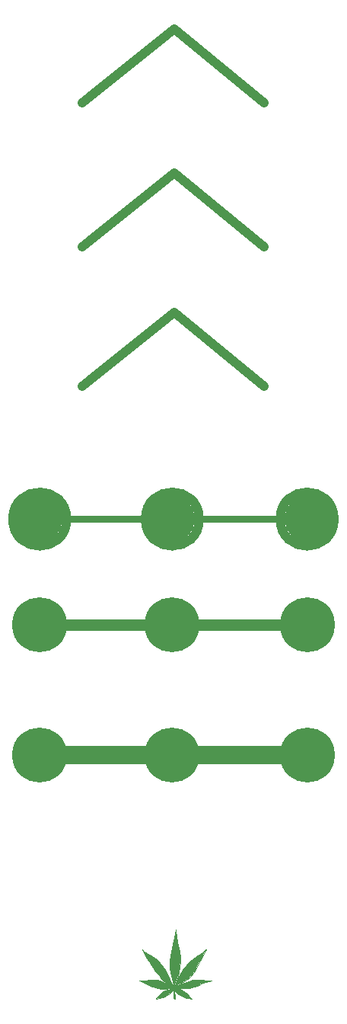
<source format=gbr>
G04 #@! TF.GenerationSoftware,KiCad,Pcbnew,(5.1.5-0)*
G04 #@! TF.CreationDate,2021-01-20T20:47:42-08:00*
G04 #@! TF.ProjectId,triad,74726961-642e-46b6-9963-61645f706362,rev?*
G04 #@! TF.SameCoordinates,Original*
G04 #@! TF.FileFunction,Copper,L1,Top*
G04 #@! TF.FilePolarity,Positive*
%FSLAX46Y46*%
G04 Gerber Fmt 4.6, Leading zero omitted, Abs format (unit mm)*
G04 Created by KiCad (PCBNEW (5.1.5-0)) date 2021-01-20 20:47:42*
%MOMM*%
%LPD*%
G04 APERTURE LIST*
%ADD10C,1.000000*%
%ADD11C,2.000000*%
%ADD12C,1.250000*%
%ADD13C,0.750000*%
%ADD14C,0.100000*%
%ADD15C,5.100000*%
%ADD16C,6.100000*%
G04 APERTURE END LIST*
D10*
X9750000Y-56750000D02*
X20000000Y-48500000D01*
X20000000Y-48500000D02*
X30000000Y-56750000D01*
X9750000Y-41250000D02*
X20000000Y-33000000D01*
X20000000Y-33000000D02*
X30000000Y-41250000D01*
X20000000Y-17000000D02*
X30000000Y-25250000D01*
X9750000Y-25250000D02*
X20000000Y-17000000D01*
X8000000Y-71500000D02*
G75*
G03X8000000Y-71500000I-3000000J0D01*
G01*
X22750000Y-71500000D02*
G75*
G03X22750000Y-71500000I-3000000J0D01*
G01*
X37750000Y-71500000D02*
G75*
G03X37750000Y-71500000I-3000000J0D01*
G01*
D11*
X35000000Y-97750000D02*
X5000000Y-97750000D01*
D12*
X34750000Y-83250000D02*
X4750000Y-83250000D01*
D13*
X35000000Y-71500000D02*
X5000000Y-71500000D01*
D14*
G36*
X16596400Y-119524900D02*
G01*
X16913900Y-119766200D01*
X17479050Y-120083700D01*
X18075950Y-120515500D01*
X18450600Y-120896500D01*
X18850650Y-121461650D01*
X19447550Y-122642750D01*
X19746000Y-123207900D01*
X19758700Y-123220600D01*
X19428500Y-123246000D01*
X19326900Y-123195200D01*
X18971300Y-122947550D01*
X18564900Y-122579250D01*
X18234700Y-122230000D01*
X17879100Y-121798200D01*
X17599700Y-121379100D01*
X17409200Y-121125100D01*
X17155200Y-120667900D01*
X16901200Y-120299600D01*
X16659900Y-119880500D01*
X16380500Y-119321700D01*
X16596400Y-119524900D01*
G37*
X16596400Y-119524900D02*
X16913900Y-119766200D01*
X17479050Y-120083700D01*
X18075950Y-120515500D01*
X18450600Y-120896500D01*
X18850650Y-121461650D01*
X19447550Y-122642750D01*
X19746000Y-123207900D01*
X19758700Y-123220600D01*
X19428500Y-123246000D01*
X19326900Y-123195200D01*
X18971300Y-122947550D01*
X18564900Y-122579250D01*
X18234700Y-122230000D01*
X17879100Y-121798200D01*
X17599700Y-121379100D01*
X17409200Y-121125100D01*
X17155200Y-120667900D01*
X16901200Y-120299600D01*
X16659900Y-119880500D01*
X16380500Y-119321700D01*
X16596400Y-119524900D01*
G36*
X18002925Y-122703075D02*
G01*
X18339475Y-122798325D01*
X18603000Y-122890400D01*
X19301500Y-123296800D01*
X19331980Y-123324740D01*
X19339600Y-123309500D01*
X19339600Y-123322200D01*
X19331980Y-123324740D01*
X19250700Y-123487300D01*
X19644400Y-123627000D01*
X19434850Y-123652400D01*
X19041150Y-123677800D01*
X18564900Y-123677800D01*
X18120400Y-123614300D01*
X17637800Y-123500000D01*
X17244100Y-123385700D01*
X16837700Y-123157100D01*
X16520200Y-122928500D01*
X16113800Y-122801500D01*
X16761500Y-122750700D01*
X17294900Y-122712600D01*
X17758450Y-122706250D01*
X18002925Y-122703075D01*
G37*
X18002925Y-122703075D02*
X18339475Y-122798325D01*
X18603000Y-122890400D01*
X19301500Y-123296800D01*
X19331980Y-123324740D01*
X19339600Y-123309500D01*
X19339600Y-123322200D01*
X19331980Y-123324740D01*
X19250700Y-123487300D01*
X19644400Y-123627000D01*
X19434850Y-123652400D01*
X19041150Y-123677800D01*
X18564900Y-123677800D01*
X18120400Y-123614300D01*
X17637800Y-123500000D01*
X17244100Y-123385700D01*
X16837700Y-123157100D01*
X16520200Y-122928500D01*
X16113800Y-122801500D01*
X16761500Y-122750700D01*
X17294900Y-122712600D01*
X17758450Y-122706250D01*
X18002925Y-122703075D01*
G36*
X19866650Y-123766700D02*
G01*
X19498350Y-124198500D01*
X19060200Y-124471550D01*
X18679200Y-124611250D01*
X17929900Y-124776350D01*
X18412500Y-124249300D01*
X18806200Y-123982600D01*
X19174500Y-123779400D01*
X19644400Y-123703200D01*
X19669800Y-123703200D01*
X19866650Y-123766700D01*
G37*
X19866650Y-123766700D02*
X19498350Y-124198500D01*
X19060200Y-124471550D01*
X18679200Y-124611250D01*
X17929900Y-124776350D01*
X18412500Y-124249300D01*
X18806200Y-123982600D01*
X19174500Y-123779400D01*
X19644400Y-123703200D01*
X19669800Y-123703200D01*
X19866650Y-123766700D01*
G36*
X20000000Y-123284100D02*
G01*
X19788862Y-123477775D01*
X20007937Y-123573025D01*
X20758825Y-124115950D01*
X20577850Y-124211200D01*
X20000000Y-123754000D01*
X20012700Y-124846200D01*
X19898400Y-124706500D01*
X19892050Y-123817500D01*
X19936500Y-123817500D01*
X19555500Y-123601600D01*
X19269750Y-123449200D01*
X19434850Y-123169800D01*
X20000000Y-123284100D01*
G37*
X20000000Y-123284100D02*
X19788862Y-123477775D01*
X20007937Y-123573025D01*
X20758825Y-124115950D01*
X20577850Y-124211200D01*
X20000000Y-123754000D01*
X20012700Y-124846200D01*
X19898400Y-124706500D01*
X19892050Y-123817500D01*
X19936500Y-123817500D01*
X19555500Y-123601600D01*
X19269750Y-123449200D01*
X19434850Y-123169800D01*
X20000000Y-123284100D01*
G36*
X20641350Y-123741300D02*
G01*
X21193800Y-124020700D01*
X21520825Y-124347725D01*
X21655763Y-124577913D01*
X21887538Y-124847788D01*
X21581150Y-124763650D01*
X21327150Y-124687450D01*
X21149350Y-124623950D01*
X20774700Y-124490600D01*
X20415925Y-124296925D01*
X20155575Y-124011175D01*
X20031750Y-123849250D01*
X20095250Y-123887350D01*
X20069850Y-123823850D01*
X20133350Y-123652400D01*
X20641350Y-123741300D01*
G37*
X20641350Y-123741300D02*
X21193800Y-124020700D01*
X21520825Y-124347725D01*
X21655763Y-124577913D01*
X21887538Y-124847788D01*
X21581150Y-124763650D01*
X21327150Y-124687450D01*
X21149350Y-124623950D01*
X20774700Y-124490600D01*
X20415925Y-124296925D01*
X20155575Y-124011175D01*
X20031750Y-123849250D01*
X20095250Y-123887350D01*
X20069850Y-123823850D01*
X20133350Y-123652400D01*
X20641350Y-123741300D01*
G36*
X23073400Y-122738000D02*
G01*
X23505200Y-122763400D01*
X24083207Y-122773943D01*
X23403600Y-122928500D01*
X22971800Y-123119000D01*
X22628900Y-123334900D01*
X22209800Y-123500000D01*
X21676400Y-123588900D01*
X21231900Y-123614300D01*
X20654050Y-123595250D01*
X20076200Y-123576200D01*
X20012700Y-123500000D01*
X20228600Y-123436500D01*
X20235585Y-123385700D01*
X20551815Y-123258700D01*
X21085850Y-123030100D01*
X21638300Y-122826900D01*
X22032000Y-122712600D01*
X22476500Y-122712600D01*
X23073400Y-122738000D01*
G37*
X23073400Y-122738000D02*
X23505200Y-122763400D01*
X24083207Y-122773943D01*
X23403600Y-122928500D01*
X22971800Y-123119000D01*
X22628900Y-123334900D01*
X22209800Y-123500000D01*
X21676400Y-123588900D01*
X21231900Y-123614300D01*
X20654050Y-123595250D01*
X20076200Y-123576200D01*
X20012700Y-123500000D01*
X20228600Y-123436500D01*
X20235585Y-123385700D01*
X20551815Y-123258700D01*
X21085850Y-123030100D01*
X21638300Y-122826900D01*
X22032000Y-122712600D01*
X22476500Y-122712600D01*
X23073400Y-122738000D01*
G36*
X23060700Y-120083700D02*
G01*
X22819400Y-120579000D01*
X22616200Y-121036200D01*
X22355850Y-121556900D01*
X22082800Y-121912500D01*
X21771650Y-122325250D01*
X21301750Y-122718950D01*
X20800100Y-123055500D01*
X19695200Y-123652400D01*
X19720600Y-123322200D01*
X20025400Y-123271400D01*
X20273050Y-122833250D01*
X20488950Y-122369700D01*
X20654050Y-122039500D01*
X20838200Y-121747400D01*
X21003300Y-121429900D01*
X21282700Y-121074300D01*
X21562100Y-120756800D01*
X21892300Y-120464700D01*
X22235200Y-120236100D01*
X22616200Y-119982100D01*
X23009900Y-119715400D01*
X23543300Y-119321700D01*
X23060700Y-120083700D01*
G37*
X23060700Y-120083700D02*
X22819400Y-120579000D01*
X22616200Y-121036200D01*
X22355850Y-121556900D01*
X22082800Y-121912500D01*
X21771650Y-122325250D01*
X21301750Y-122718950D01*
X20800100Y-123055500D01*
X19695200Y-123652400D01*
X19720600Y-123322200D01*
X20025400Y-123271400D01*
X20273050Y-122833250D01*
X20488950Y-122369700D01*
X20654050Y-122039500D01*
X20838200Y-121747400D01*
X21003300Y-121429900D01*
X21282700Y-121074300D01*
X21562100Y-120756800D01*
X21892300Y-120464700D01*
X22235200Y-120236100D01*
X22616200Y-119982100D01*
X23009900Y-119715400D01*
X23543300Y-119321700D01*
X23060700Y-120083700D01*
G36*
X20215900Y-117950100D02*
G01*
X20317500Y-118432700D01*
X20431800Y-118889900D01*
X20514350Y-119220100D01*
X20577850Y-119601100D01*
X20622300Y-120121800D01*
X20622300Y-120655200D01*
X20571500Y-121239400D01*
X20508000Y-121760100D01*
X20365125Y-122255400D01*
X20066675Y-123271400D01*
X19853950Y-123220600D01*
X19619000Y-122306200D01*
X19445962Y-121442600D01*
X19461837Y-120655200D01*
X19514225Y-119994800D01*
X19676150Y-119220100D01*
X19911100Y-118407300D01*
X20038100Y-117632600D01*
X20101600Y-117111900D01*
X20215900Y-117950100D01*
G37*
X20215900Y-117950100D02*
X20317500Y-118432700D01*
X20431800Y-118889900D01*
X20514350Y-119220100D01*
X20577850Y-119601100D01*
X20622300Y-120121800D01*
X20622300Y-120655200D01*
X20571500Y-121239400D01*
X20508000Y-121760100D01*
X20365125Y-122255400D01*
X20066675Y-123271400D01*
X19853950Y-123220600D01*
X19619000Y-122306200D01*
X19445962Y-121442600D01*
X19461837Y-120655200D01*
X19514225Y-119994800D01*
X19676150Y-119220100D01*
X19911100Y-118407300D01*
X20038100Y-117632600D01*
X20101600Y-117111900D01*
X20215900Y-117950100D01*
D15*
X5000000Y-71500000D03*
X19750000Y-71500000D03*
X34750000Y-71500000D03*
D16*
X34750000Y-97750000D03*
X5000000Y-83250000D03*
X34750000Y-83250000D03*
X19750000Y-83250000D03*
X5000000Y-97750000D03*
X19750000Y-97750000D03*
M02*

</source>
